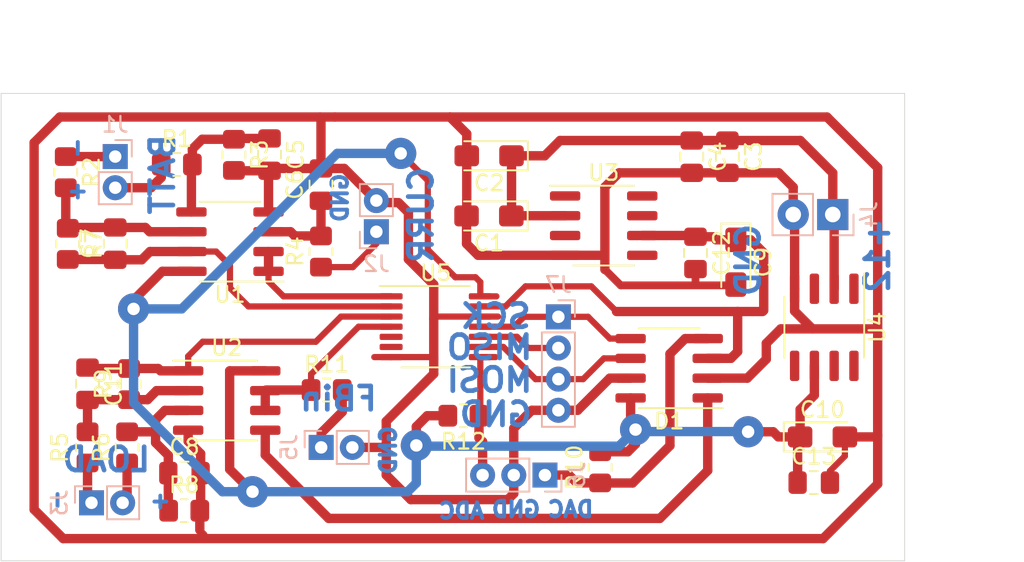
<source format=kicad_pcb>
(kicad_pcb (version 20211014) (generator pcbnew)
  (layers (0 "F.Cu" signal) (31 "B.Cu" signal) (34 "B.Paste" user) (35 "F.Paste" user) (36 "B.SilkS" user "B.Silkscreen") (37 "F.SilkS" user "F.Silkscreen") (38 "B.Mask" user) (39 "F.Mask" user) (44 "Edge.Cuts" user))
  (net 0 "")
  (net 1 "GND")
  (net 2 "VCC_12V")
  (net 3 "Net-(C5-Pad1)")
  (net 4 "Net-(C6-Pad1)")
  (net 5 "Net-(C7-Pad1)")
  (net 6 "Net-(C7-Pad2)")
  (net 7 "Net-(C8-Pad1)")
  (net 8 "Net-(C11-Pad1)")
  (net 9 "Net-(C11-Pad2)")
  (net 10 "MOSI")
  (net 11 "SCK")
  (net 12 "DAC")
  (net 13 "Net-(J1-Pad1)")
  (net 14 "Net-(J1-Pad2)")
  (net 15 "Net-(J2-Pad1)")
  (net 16 "Net-(J3-Pad2)")
  (net 17 "Net-(J3-Pad1)")
  (net 18 "Net-(J5-Pad1)")
  (net 19 "ADC")
  (net 20 "MISO")
  (net 21 "Net-(R11-Pad1)")
  (net 22 "Net-(U3-Pad1)")
  (net 23 "Net-(U3-Pad3)")
  (net 24 "Net-(U3-Pad5)")
  (net 25 "Net-(U3-Pad7)")
  (net 26 "Net-(U3-Pad8)")
  (net 27 "Net-(U4-Pad8)")
  (net 28 "Net-(U4-Pad7)")
  (net 29 "Net-(U4-Pad5)")
  (net 30 "Net-(U4-Pad3)")
  (net 31 "Net-(U4-Pad1)")
  (net 32 "Net-(U5-Pad5)")
  (net 33 "Net-(U5-Pad6)")
  (net 34 "Net-(U1-Pad1)")
  (net 35 "/REF+4")
  (net 36 "/REF+5")
  (net 37 "/DACgen")
  (footprint "Capacitor_SMD:C_0805_2012Metric_Pad1.18x1.45mm_HandSolder" (layer "F.Cu") (at 48.1676 -27.4408 -90)
    (fp_text reference "C3")
    (fp_text value "100n")
  )
  (footprint "Capacitor_SMD:C_0805_2012Metric_Pad1.18x1.45mm_HandSolder" (layer "F.Cu") (at 45.8816 -27.4408 -90)
    (fp_text reference "C4")
    (fp_text value "100n")
  )
  (footprint "Capacitor_Tantalum_SMD:CP_EIA-3216-18_Kemet-A_Pad1.58x1.35mm_HandSolder" (layer "F.Cu") (at 54.2745 -9.4511)
    (fp_text reference "C10")
    (fp_text value "1u")
  )
  (footprint "Capacitor_SMD:C_0805_2012Metric_Pad1.18x1.45mm_HandSolder" (layer "F.Cu") (at 53.7157 -6.5174)
    (fp_text reference "C13")
    (fp_text value "100n")
  )
  (footprint "Package_SO:SOIC-8_3.9x4.9mm_P1.27mm" (layer "F.Cu") (at 54.3888 -16.4869 -90)
    (fp_text reference "U4")
    (fp_text value "REF195")
  )
  (footprint "Resistor_SMD:R_0805_2012Metric_Pad1.20x1.40mm_HandSolder" (layer "F.Cu") (at 12.825 -26.939)
    (fp_text reference "R1")
    (fp_text value "10k")
  )
  (footprint "Resistor_SMD:R_0805_2012Metric_Pad1.20x1.40mm_HandSolder" (layer "F.Cu") (at 16.492 -27.558 -90)
    (fp_text reference "R3")
    (fp_text value "1k")
  )
  (footprint "Resistor_SMD:R_0805_2012Metric_Pad1.20x1.40mm_HandSolder" (layer "F.Cu") (at 22.445 -12.461)
    (fp_text reference "R11")
    (fp_text value "5,9k")
  )
  (footprint "Capacitor_SMD:C_0805_2012Metric_Pad1.18x1.45mm_HandSolder" (layer "F.Cu") (at 13.317 -7.127)
    (fp_text reference "C8")
    (fp_text value "100n")
  )
  (footprint "Resistor_SMD:R_0805_2012Metric_Pad1.20x1.40mm_HandSolder" (layer "F.Cu") (at 13.301 -4.714)
    (fp_text reference "R8")
    (fp_text value "1k")
  )
  (footprint "Capacitor_SMD:C_0805_2012Metric_Pad1.18x1.45mm_HandSolder" (layer "F.Cu") (at 22.08 -25.6475 90)
    (fp_text reference "C6")
    (fp_text value "100n")
  )
  (footprint "Resistor_SMD:R_0805_2012Metric_Pad1.20x1.40mm_HandSolder" (layer "F.Cu") (at 5.824 -21.843 -90)
    (fp_text reference "R7")
    (fp_text value "1k")
  )
  (footprint "Resistor_SMD:R_0805_2012Metric_Pad1.20x1.40mm_HandSolder" (layer "F.Cu") (at 5.697 -26.447 -90)
    (fp_text reference "R2")
    (fp_text value "10k")
  )
  (footprint "Resistor_SMD:R_0805_2012Metric_Pad1.20x1.40mm_HandSolder" (layer "F.Cu") (at 7.094 -8.778 90)
    (fp_text reference "R5")
    (fp_text value "10k")
  )
  (footprint "Capacitor_SMD:C_0805_2012Metric_Pad1.18x1.45mm_HandSolder" (layer "F.Cu") (at 7.094 -12.8635 -90)
    (fp_text reference "C11")
    (fp_text value "100n")
  )
  (footprint "Resistor_SMD:R_0805_2012Metric_Pad1.20x1.40mm_HandSolder" (layer "F.Cu") (at 9.761 -12.842 90)
    (fp_text reference "R9")
    (fp_text value "1k")
  )
  (footprint "Resistor_SMD:R_0805_2012Metric_Pad1.20x1.40mm_HandSolder" (layer "F.Cu") (at 9.634 -8.778 90)
    (fp_text reference "R6")
    (fp_text value "10k")
  )
  (footprint "Capacitor_SMD:C_0805_2012Metric_Pad1.18x1.45mm_HandSolder" (layer "F.Cu") (at 8.872 -21.859 90)
    (fp_text reference "C7")
    (fp_text value "100n")
  )
  (footprint "Resistor_SMD:R_0805_2012Metric_Pad1.20x1.40mm_HandSolder" (layer "F.Cu") (at 22.08 -21.351 90)
    (fp_text reference "R4")
    (fp_text value "1k")
  )
  (footprint "Package_SO:SOIC-8_3.9x4.9mm_P1.27mm" (layer "F.Cu") (at 16.029 -11.787)
    (fp_text reference "U2")
    (fp_text value "AD8552ARZ")
  )
  (footprint "Package_SO:SOIC-8_3.9x4.9mm_P1.27mm" (layer "F.Cu") (at 16.238 -21.986 180)
    (fp_text reference "U1")
    (fp_text value "AD8552ARZ")
  )
  (footprint "Capacitor_SMD:C_0805_2012Metric_Pad1.18x1.45mm_HandSolder" (layer "F.Cu") (at 18.778 -27.574 -90)
    (fp_text reference "C5")
    (fp_text value "100n")
  )
  (footprint "Resistor_SMD:R_0805_2012Metric_Pad1.20x1.40mm_HandSolder" (layer "F.Cu") (at 40.00224 -7.49784 90)
    (fp_text reference "R10")
    (fp_text value "100k")
  )
  (footprint "Package_SO:SOIC-8_3.9x4.9mm_P1.27mm" (layer "F.Cu") (at 44.432 -13.858 180)
    (fp_text reference "D1")
    (fp_text value "dac8830")
  )
  (footprint "Resistor_SMD:R_0805_2012Metric_Pad1.20x1.40mm_HandSolder" (layer "F.Cu") (at 31.224 -10.81 180)
    (fp_text reference "R12")
    (fp_text value "100k")
  )
  (footprint "Package_SO:TSSOP-14_4.4x5mm_P0.65mm" (layer "F.Cu") (at 29.446 -16.525)
    (fp_text reference "U5")
    (fp_text value "MCP3204")
  )
  (footprint "Capacitor_SMD:C_0805_2012Metric_Pad1.18x1.45mm_HandSolder" (layer "F.Cu") (at 46.1211 -21.2621 -90)
    (fp_text reference "C12")
    (fp_text value "100n")
  )
  (footprint "Capacitor_Tantalum_SMD:CP_EIA-3216-18_Kemet-A_Pad1.58x1.35mm_HandSolder" (layer "F.Cu") (at 48.7119 -20.6652 -90)
    (fp_text reference "C9")
    (fp_text value "1u")
  )
  (footprint "Package_SO:SOIC-8_3.9x4.9mm_P1.27mm" (layer "F.Cu") (at 40.2283 -23.0147)
    (fp_text reference "U3")
    (fp_text value "REF198")
  )
  (footprint "Capacitor_Tantalum_SMD:CP_EIA-3216-18_Kemet-A_Pad1.58x1.35mm_HandSolder" (layer "F.Cu") (at 32.8623 -23.637 180)
    (fp_text reference "C1")
    (fp_text value "10u")
  )
  (footprint "Capacitor_Tantalum_SMD:CP_EIA-3216-18_Kemet-A_Pad1.58x1.35mm_HandSolder" (layer "F.Cu") (at 32.875 -27.4978 180)
    (fp_text reference "C2")
    (fp_text value "10u")
  )
  (footprint "Connector_PinHeader_2.00mm:PinHeader_1x03_P2.00mm_Vertical" (layer "B.Cu") (at 36.4564 -7 90)
    (fp_text reference "J6")
    (fp_text value "CS")
  )
  (footprint "Connector_PinHeader_2.00mm:PinHeader_1x02_P2.00mm_Vertical" (layer "B.Cu") (at 25.636 -22.621)
    (fp_text reference "J2")
    (fp_text value "Current")
  )
  (footprint "Connector_PinHeader_2.00mm:PinHeader_1x02_P2.00mm_Vertical" (layer "B.Cu") (at 7.348 -5.222 -90)
    (fp_text reference "J3")
    (fp_text value "Loading")
  )
  (footprint "Connector_PinHeader_2.00mm:PinHeader_1x02_P2.00mm_Vertical" (layer "B.Cu") (at 8.872 -27.447 180)
    (fp_text reference "J1")
    (fp_text value "Battery")
  )
  (footprint "Connector_PinHeader_2.00mm:PinHeader_1x04_P2.00mm_Vertical" (layer "B.Cu") (at 37.32 -17.16 180)
    (fp_text reference "J7")
    (fp_text value "SPI")
  )
  (footprint "Connector_PinHeader_2.54mm:PinHeader_1x02_P2.54mm_Vertical" (layer "B.Cu") (at 54.9349 -23.7259 90)
    (fp_text reference "J4")
    (fp_text value "VCC_12V")
  )
  (footprint "Connector_PinHeader_2.00mm:PinHeader_1x02_P2.00mm_Vertical" (layer "B.Cu") (at 22.0927 -8.778 -90)
    (fp_text reference "J5")
    (fp_text value "FBin")
  )
  (gr_line (start 1.55 -31.5) (end 59.55 -31.5) (layer "Edge.Cuts") (width 0.05))
  (gr_line (start 1.55 -1.5) (end 59.55 -1.5) (layer "Edge.Cuts") (width 0.05))
  (gr_line (start 59.55 -1.5) (end 59.55 -31.5) (layer "Edge.Cuts") (width 0.05))
  (gr_line (start 1.55 -31.5) (end 1.55 -1.5) (layer "Edge.Cuts") (width 0.05))
  (gr_text "ADC" (at 31.1 -4.7) (layer "B.Cu") (effects (font (size 1 1) (thickness 0.25)) (justify mirror)))
  (gr_text "-" (at 6.4 -28 90) (layer "B.Cu") (effects (font (size 1 1) (thickness 0.25)) (justify mirror)))
  (gr_text "GND" (at 23.3 -24.8 90) (layer "B.Cu") (effects (font (size 1 1) (thickness 0.25)) (justify mirror)))
  (gr_text "+" (at 11.7 -5.3 90) (layer "B.Cu") (effects (font (size 1 1) (thickness 0.25)) (justify mirror)))
  (gr_text "MISO" (at 32.9 -15.2) (layer "B.Cu") (effects (font (size 1.5 1.5) (thickness 0.3)) (justify mirror)))
  (gr_text "GND" (at 49.5 -20.8 90) (layer "B.Cu") (effects (font (size 1.5 1.5) (thickness 0.3)) (justify mirror)))
  (gr_text "SCK" (at 33.3 -17.2) (layer "B.Cu") (effects (font (size 1.5 1.5) (thickness 0.3)) (justify mirror)))
  (gr_text "FBin" (at 23.2 -11.9) (layer "B.Cu") (effects (font (size 1.5 1.5) (thickness 0.3)) (justify mirror)))
  (gr_text "GND" (at 33.3 -10.9) (layer "B.Cu") (effects (font (size 1.5 1.5) (thickness 0.3)) (justify mirror)))
  (gr_text "MOSI" (at 32.9 -13.1) (layer "B.Cu") (effects (font (size 1.5 1.5) (thickness 0.3)) (justify mirror)))
  (gr_text "CURR" (at 28.5 -23.7 90) (layer "B.Cu") (effects (font (size 1.5 1.5) (thickness 0.3)) (justify mirror)))
  (gr_text "DAC" (at 38.1 -4.8) (layer "B.Cu") (effects (font (size 1 1) (thickness 0.25)) (justify mirror)))
  (gr_text "+12" (at 57.8 -21.1 90) (layer "B.Cu") (effects (font (size 1.5 1.5) (thickness 0.3)) (justify mirror)))
  (gr_text "GND" (at 26.4 -8.6 90) (layer "B.Cu") (effects (font (size 1 1) (thickness 0.25)) (justify mirror)))
  (gr_text "BATT" (at 11.9 -26.3 90) (layer "B.Cu") (effects (font (size 1.5 1.5) (thickness 0.3)) (justify mirror)))
  (gr_text "+" (at 6.4 -25.2 90) (layer "B.Cu") (effects (font (size 1 1) (thickness 0.25)) (justify mirror)))
  (gr_text "LOAD" (at 8.3 -8) (layer "B.Cu") (effects (font (size 1.5 1.5) (thickness 0.3)) (justify mirror)))
  (gr_text "GND" (at 34.6 -4.8) (layer "B.Cu") (effects (font (size 1 1) (thickness 0.25)) (justify mirror)))
  (gr_text "-" (at 5.1 -5.4 90) (layer "B.Cu") (effects (font (size 1 1) (thickness 0.25)) (justify mirror)))
  (segment (start 14.3545 -7.127) (end 14.3545 -4.7675) (width 0.6) (layer "F.Cu") (net 1))
  (segment (start 22.08 -26.685) (end 18.9265 -26.685) (width 0.6) (layer "F.Cu") (net 1))
  (segment (start 14.3545 -8.3755) (end 14.3545 -7.127) (width 0.6) (layer "F.Cu") (net 1))
  (segment (start 18.713 -23.891) (end 18.713 -26.4715) (width 0.6) (layer "F.Cu") (net 1))
  (segment (start 18.778 -26.5365) (end 16.5135 -26.5365) (width 0.6) (layer "F.Cu") (net 1))
  (segment (start 14.3545 -4.7675) (end 14.301 -4.714) (width 0.4) (layer "F.Cu") (net 1))
  (segment (start 13.554 -9.176) (end 14.3545 -8.3755) (width 0.6) (layer "F.Cu") (net 1))
  (segment (start 13.554 -9.882) (end 13.554 -9.176) (width 0.6) (layer "F.Cu") (net 1))
  (segment (start 16.5135 -26.5365) (end 16.492 -26.558) (width 0.4) (layer "F.Cu") (net 1))
  (segment (start 18.713 -26.4715) (end 18.778 -26.5365) (width 0.4) (layer "F.Cu") (net 1))
  (segment (start 18.9265 -26.685) (end 18.778 -26.5365) (width 0.4) (layer "F.Cu") (net 1))
  (segment (start 40.622 -13.223) (end 38.559 -11.16) (width 0.6) (layer "F.Cu") (net 1))
  (segment (start 46.1211 -20.2246) (end 46.1211 -19.3444) (width 0.5) (layer "F.Cu") (net 1))
  (segment (start 51.5948 -16.3853) (end 53.6268 -16.3853) (width 0.6) (layer "F.Cu") (net 1))
  (segment (start 37.32 -11.16) (end 35.6126 -11.16) (width 0.6) (layer "F.Cu") (net 1))
  (segment (start 40.3045 -21.1224) (end 40.3045 -25.4912) (width 0.6) (layer "F.Cu") (net 1))
  (segment (start 34.0688 -5.4252) (end 27.8458 -5.4252) (width 0.6) (layer "F.Cu") (net 1))
  (segment (start 48.1676 -26.4033) (end 49.8826 -26.4033) (width 0.6) (layer "F.Cu") (net 1))
  (segment (start 34.4564 -7) (end 34.4564 -5.8128) (width 0.6) (layer "F.Cu") (net 1))
  (segment (start 14.301 -3.476) (end 14.301 -4.714) (width 0.6) (layer "F.Cu") (net 1))
  (segment (start 37.7533 -21.1097) (end 40.2918 -21.1097) (width 0.6) (layer "F.Cu") (net 1))
  (segment (start 54.7532 -6.5174) (end 54.7532 -7.2628) (width 0.4) (layer "F.Cu") (net 1))
  (segment (start 31.546512 -17.17524) (end 33.44396 -17.17524) (width 0.4) (layer "F.Cu") (net 1))
  (segment (start 24.48132 -25.7772) (end 23.57352 -26.685) (width 0.6) (layer "F.Cu") (net 1))
  (segment (start 52.4838 -23.637) (end 52.3949 -23.7259) (width 0.4) (layer "F.Cu") (net 1))
  (segment (start 24.48132 -25.77568) (end 24.48132 -25.7772) (width 0.4) (layer "F.Cu") (net 1))
  (segment (start 5.5319 -2.9233) (end 3.665 -4.7902) (width 0.6) (layer "F.Cu") (net 1))
  (segment (start 27.056 -24.494) (end 27.6934 -23.8566) (width 0.6) (layer "F.Cu") (net 1))
  (segment (start 40.3045 -20.1953) (end 40.3045 -21.1224) (width 0.6) (layer "F.Cu") (net 1))
  (segment (start 51.4701 -26.4033) (end 49.8826 -26.4033) (width 0.6) (layer "F.Cu") (net 1))
  (segment (start 50.6677 -14.4422) (end 50.6677 -15.4582) (width 0.6) (layer "F.Cu") (net 1))
  (segment (start 22.08 -29.93112) (end 22.02412 -29.987) (width 0.4) (layer "F.Cu") (net 1))
  (segment (start 26.1948 -8.778) (end 26.271 -8.8542) (width 0.4) (layer "F.Cu") (net 1))
  (segment (start 57.8178 -15.8138) (end 57.8178 -9.54) (width 0.6) (layer "F.Cu") (net 1))
  (segment (start 55.712 -8.2216) (end 55.712 -9.4511) (width 0.4) (layer "F.Cu") (net 1))
  (segment (start 41.2166 -26.4033) (end 45.8816 -26.4033) (width 0.6) (layer "F.Cu") (net 1))
  (segment (start 53.6268 -16.3853) (end 57.80682 -16.3853) (width 0.6) (layer "F.Cu") (net 1))
  (segment (start 52.4838 -18.9619) (end 52.4838 -23.637) (width 0.6) (layer "F.Cu") (net 1))
  (segment (start 48.7119 -19.2277) (end 48.6635 -19.1793) (width 0.6) (layer "F.Cu") (net 1))
  (segment (start 40.2918 -21.1097) (end 40.3045 -21.1224) (width 0.4) (layer "F.Cu") (net 1))
  (segment (start 29.461 -17.175) (end 29.319 -17.033) (width 0.4) (layer "F.Cu") (net 1))
  (segment (start 54.563 -29.987) (end 57.8178 -26.7322) (width 0.6) (layer "F.Cu") (net 1))
  (segment (start 29.237 -14.575) (end 29.319 -14.493) (width 0.4) (layer "F.Cu") (net 1))
  (segment (start 32.3085 -17.175) (end 29.461 -17.175) (width 0.4) (layer "F.Cu") (net 1))
  (segment (start 57.8178 -26.7322) (end 57.8178 -15.8138) (width 0.6) (layer "F.Cu") (net 1))
  (segment (start 57.8178 -9.54) (end 57.8178 -6.4285) (width 0.6) (layer "F.Cu") (net 1))
  (segment (start 31.4375 -23.6497) (end 31.4248 -23.637) (width 0.4) (layer "F.Cu") (net 1))
  (segment (start 49.4485 -13.223) (end 50.6677 -14.4422) (width 0.6) (layer "F.Cu") (net 1))
  (segment (start 5.316 -29.987) (end 22.02412 -29.987) (width 0.6) (layer "F.Cu") (net 1))
  (segment (start 26.271 -9.667) (end 26.271 -8.8542) (width 0.6) (layer "F.Cu") (net 1))
  (segment (start 38.559 -11.16) (end 37.32 -11.16) (width 0.6) (layer "F.Cu") (net 1))
  (segment (start 31.4375 -28.9099) (end 31.4375 -27.4978) (width 0.6) (layer "F.Cu") (net 1))
  (segment (start 57.7289 -9.4511) (end 57.8178 -9.54) (width 0.4) (layer "F.Cu") (net 1))
  (segment (start 54.7532 -7.2628) (end 55.712 -8.2216) (width 0.4) (layer "F.Cu") (net 1))
  (segment (start 52.4838 -17.5283) (end 53.6268 -16.3853) (width 0.6) (layer "F.Cu") (net 1))
  (segment (start 29.319 -19.231) (end 29.319 -17.033) (width 0.6) (layer "F.Cu") (net 1))
  (segment (start 29.319 -17.033) (end 29.319 -14.493) (width 0.6) (layer "F.Cu") (net 1))
  (segment (start 40.3045 -25.4912) (end 41.2166 -26.4033) (width 0.6) (layer "F.Cu") (net 1))
  (segment (start 31.4248 -21.8487) (end 32.1638 -21.1097) (width 0.6) (layer "F.Cu") (net 1))
  (segment (start 24.0927 -8.778) (end 26.1948 -8.778) (width 0.6) (layer "F.Cu") (net 1))
  (segment (start 22.08 -26.685) (end 22.08 -29.93112) (width 0.6) (layer "F.Cu") (net 1))
  (segment (start 14.587 -3.19) (end 14.301 -3.476) (width 0.4) (layer "F.Cu") (net 1))
  (segment (start 30.3604 -29.987) (end 54.563 -29.987) (width 0.6) (layer "F.Cu") (net 1))
  (segment (start 22.08 -26.685) (end 23.57352 -26.685) (width 0.6) (layer "F.Cu") (net 1))
  (segment (start 32.1638 -21.1097) (end 37.7533 -21.1097) (width 0.6) (layer "F.Cu") (net 1))
  (segment (start 31.4248 -23.637) (end 31.4248 -21.8487) (width 0.6) (layer "F.Cu") (net 1))
  (segment (start 34.4564 -10.0038) (end 34.4564 -7) (width 0.6) (layer "F.Cu") (net 1))
  (segment (start 27.6934 -20.8566) (end 29.319 -19.231) (width 0.6) (layer "F.Cu") (net 1))
  (segment (start 29.319 -13.5024) (end 26.271 -10.4544) (width 0.6) (layer "F.Cu") (net 1))
  (segment (start 45.8816 -26.4033) (end 48.1676 -26.4033) (width 0.6) (layer "F.Cu") (net 1))
  (segment (start 29.319 -14.493) (end 29.319 -13.5024) (width 0.6) (layer "F.Cu") (net 1))
  (segment (start 26.271 -7) (end 26.271 -8.8542) (width 0.6) (layer "F.Cu") (net 1))
  (segment (start 25.636 -24.621) (end 24.48132 -25.77568) (width 0.6) (layer "F.Cu") (net 1))
  (segment (start 35.6126 -11.16) (end 34.4564 -10.0038) (width 0.6) (layer "F.Cu") (net 1))
  (segment (start 52.4838 -18.9619) (end 52.4838 -17.5283) (width 0.6) (layer "F.Cu") (net 1))
  (segment (start 48.6635 -19.1793) (end 41.3205 -19.1793) (width 0.5) (layer "F.Cu") (net 1))
  (segment (start 55.712 -9.4511) (end 57.7289 -9.4511) (width 0.6) (layer "F.Cu") (net 1))
  (segment (start 3.665 -4.7902) (end 3.665 -28.336) (width 0.6) (layer "F.Cu") (net 1))
  (segment (start 22.02412 -29.987) (end 22.969 -29.987) (width 0.6) (layer "F.Cu") (net 1))
  (segment (start 27.6934 -23.8566) (end 27.6934 -20.8566) (width 0.6) (layer "F.Cu") (net 1))
  (segment (start 50.6677 -15.4582) (end 51.5948 -16.3853) (width 0.6) (layer "F.Cu") (net 1))
  (segment (start 52.3949 -25.4785) (end 51.4701 -26.4033) (width 0.6) (layer "F.Cu") (net 1))
  (segment (start 22.969 -29.987) (end 30.3604 -29.987) (width 0.6) (layer "F.Cu") (net 1))
  (segment (start 26.5835 -14.575) (end 29.237 -14.575) (width 0.4) (layer "F.Cu") (net 1))
  (segment (start 57.8178 -6.4285) (end 54.3126 -2.9233) (width 0.6) (layer "F.Cu") (net 1))
  (segment (start 30.3604 -29.987) (end 31.4375 -28.9099) (width 0.6) (layer "F.Cu") (net 1))
  (segment (start 34.4564 -5.8128) (end 34.0688 -5.4252) (width 0.6) (layer "F.Cu") (net 1))
  (segment (start 26.5835 -14.575) (end 25.5032 -14.575) (width 0.4) (layer "F.Cu") (net 1))
  (segment (start 41.957 -13.223) (end 40.622 -13.223) (width 0.6) (layer "F.Cu") (net 1))
  (segment (start 41.3205 -19.1793) (end 40.3045 -20.1953) (width 0.5) (layer "F.Cu") (net 1))
  (segment (start 27.8458 -5.4252) (end 26.271 -7) (width 0.6) (layer "F.Cu") (net 1))
  (segment (start 25.636 -24.494) (end 26.938 -24.494) (width 0.6) (layer "F.Cu") (net 1))
  (segment (start 31.4375 -27.4978) (end 31.4375 -23.6497) (width 0.6) (layer "F.Cu") (net 1))
  (segment (start 52.3949 -23.7259) (end 52.3949 -25.4785) (width 0.6) (layer "F.Cu") (net 1))
  (segment (start 3.665 -28.336) (end 5.316 -29.987) (width 0.6) (layer "F.Cu") (net 1))
  (segment (start 46.907 -13.223) (end 49.4485 -13.223) (width 0.6) (layer "F.Cu") (net 1))
  (segment (start 25.668 -24.526) (end 25.636 -24.494) (width 0.4) (layer "F.Cu") (net 1))
  (segment (start 26.271 -10.4544) (end 26.271 -9.667) (width 0.6) (layer "F.Cu") (net 1))
  (segment (start 54.3126 -2.9233) (end 5.5319 -2.9233) (width 0.6) (layer "F.Cu") (net 1))
  (segment (start 55.0238 -23.637) (end 54.9349 -23.7259) (width 0.4) (layer "F.Cu") (net 2))
  (segment (start 52.8495 -28.4783) (end 48.1676 -28.4783) (width 0.6) (layer "F.Cu") (net 2))
  (segment (start 45.8816 -28.4783) (end 37.4242 -28.4783) (width 0.6) (layer "F.Cu") (net 2))
  (segment (start 34.3125 -27.4978) (end 34.3125 -23.6497) (width 0.6) (layer "F.Cu") (net 2))
  (segment (start 54.9349 -23.7259) (end 54.9349 -26.3929) (width 0.6) (layer "F.Cu") (net 2))
  (segment (start 37.4242 -28.4783) (end 36.4437 -27.4978) (width 0.6) (layer "F.Cu") (net 2))
  (segment (start 55.0238 -18.9619) (end 55.0238 -23.637) (width 0.6) (layer "F.Cu") (net 2))
  (segment (start 45.8816 -28.4783) (end 48.1676 -28.4783) (width 0.6) (layer "F.Cu") (net 2))
  (segment (start 37.7533 -23.6497) (end 34.3125 -23.6497) (width 0.6) (layer "F.Cu") (net 2))
  (segment (start 54.9349 -26.3929) (end 52.8495 -28.4783) (width 0.6) (layer "F.Cu") (net 2))
  (segment (start 34.3125 -23.6497) (end 34.2998 -23.637) (width 0.4) (layer "F.Cu") (net 2))
  (segment (start 36.4437 -27.4978) (end 34.3125 -27.4978) (width 0.6) (layer "F.Cu") (net 2))
  (segment (start 16.5455 -28.6115) (end 16.492 -28.558) (width 0.4) (layer "F.Cu") (net 3))
  (segment (start 13.763 -23.891) (end 13.763 -26.877) (width 0.6) (layer "F.Cu") (net 3))
  (segment (start 18.778 -28.6115) (end 16.5455 -28.6115) (width 0.6) (layer "F.Cu") (net 3))
  (segment (start 13.763 -26.877) (end 13.825 -26.939) (width 0.4) (layer "F.Cu") (net 3))
  (segment (start 13.825 -27.9296) (end 14.4534 -28.558) (width 0.6) (layer "F.Cu") (net 3))
  (segment (start 14.4534 -28.558) (end 16.492 -28.558) (width 0.6) (layer "F.Cu") (net 3))
  (segment (start 13.825 -26.939) (end 13.825 -27.9296) (width 0.6) (layer "F.Cu") (net 3))
  (segment (start 21.81 -22.621) (end 22.08 -22.351) (width 0.4) (layer "F.Cu") (net 4))
  (segment (start 22.08 -24.61) (end 22.08 -22.351) (width 0.6) (layer "F.Cu") (net 4))
  (segment (start 18.713 -22.621) (end 20.12928 -22.621) (width 0.6) (layer "F.Cu") (net 4))
  (segment (start 20.39928 -22.351) (end 22.08 -22.351) (width 0.6) (layer "F.Cu") (net 4))
  (segment (start 20.12928 -22.621) (end 20.39928 -22.351) (width 0.6) (layer "F.Cu") (net 4))
  (segment (start 5.824 -20.843) (end 8.8505 -20.843) (width 0.6) (layer "F.Cu") (net 5))
  (segment (start 8.8505 -20.843) (end 8.872 -20.8215) (width 0.4) (layer "F.Cu") (net 5))
  (segment (start 16.238 -19.0142) (end 16.238 -20.462) (width 0.4) (layer "F.Cu") (net 5))
  (segment (start 13.763 -21.351) (end 11.10212 -21.351) (width 0.6) (layer "F.Cu") (net 5))
  (segment (start 17.4272 -17.825) (end 16.238 -19.0142) (width 0.4) (layer "F.Cu") (net 5))
  (segment (start 15.349 -21.351) (end 13.763 -21.351) (width 0.4) (layer "F.Cu") (net 5))
  (segment (start 11.10212 -21.351) (end 10.57262 -20.8215) (width 0.6) (layer "F.Cu") (net 5))
  (segment (start 10.57262 -20.8215) (end 8.872 -20.8215) (width 0.6) (layer "F.Cu") (net 5))
  (segment (start 26.5835 -17.825) (end 17.4272 -17.825) (width 0.4) (layer "F.Cu") (net 5))
  (segment (start 16.238 -20.462) (end 15.349 -21.351) (width 0.4) (layer "F.Cu") (net 5))
  (segment (start 8.872 -22.8965) (end 5.8775 -22.8965) (width 0.6) (layer "F.Cu") (net 6))
  (segment (start 5.697 -25.447) (end 5.697 -22.97) (width 0.6) (layer "F.Cu") (net 6))
  (segment (start 5.8775 -22.8965) (end 5.824 -22.843) (width 0.4) (layer "F.Cu") (net 6))
  (segment (start 5.697 -22.97) (end 5.824 -22.843) (width 0.4) (layer "F.Cu") (net 6))
  (segment (start 13.763 -22.621) (end 11.0818 -22.621) (width 0.6) (layer "F.Cu") (net 6))
  (segment (start 10.8063 -22.8965) (end 8.872 -22.8965) (width 0.6) (layer "F.Cu") (net 6))
  (segment (start 11.0818 -22.621) (end 10.8063 -22.8965) (width 0.6) (layer "F.Cu") (net 6))
  (segment (start 10.031 -9.778) (end 9.634 -9.778) (width 0.4) (layer "F.Cu") (net 7))
  (segment (start 12.2795 -4.7355) (end 12.301 -4.714) (width 0.4) (layer "F.Cu") (net 7))
  (segment (start 12.2795 -7.127) (end 12.2795 -4.7355) (width 0.6) (layer "F.Cu") (net 7))
  (segment (start 12.2795 -7.127) (end 12.2795 -7.5295) (width 0.4) (layer "F.Cu") (net 7))
  (segment (start 9.634 -9.778) (end 11.428 -9.778) (width 0.6) (layer "F.Cu") (net 7))
  (segment (start 12.0588 -11.152) (end 13.554 -11.152) (width 0.6) (layer "F.Cu") (net 7))
  (segment (start 11.4628 -9.7432) (end 11.4628 -10.556) (width 0.6) (layer "F.Cu") (net 7))
  (segment (start 12.2795 -8.2661) (end 11.4628 -9.0828) (width 0.6) (layer "F.Cu") (net 7))
  (segment (start 12.2795 -7.127) (end 12.2795 -8.2661) (width 0.6) (layer "F.Cu") (net 7))
  (segment (start 11.428 -9.778) (end 11.4628 -9.7432) (width 0.4) (layer "F.Cu") (net 7))
  (segment (start 11.4628 -9.0828) (end 11.4628 -9.7432) (width 0.6) (layer "F.Cu") (net 7))
  (segment (start 11.4628 -10.556) (end 12.0588 -11.152) (width 0.6) (layer "F.Cu") (net 7))
  (segment (start 7.153 -13.842) (end 7.094 -13.901) (width 0.4) (layer "F.Cu") (net 8))
  (segment (start 9.911 -13.692) (end 9.761 -13.842) (width 0.4) (layer "F.Cu") (net 8))
  (segment (start 9.761 -13.842) (end 7.153 -13.842) (width 0.6) (layer "F.Cu") (net 8))
  (segment (start 11.6312 -13.842) (end 9.761 -13.842) (width 0.6) (layer "F.Cu") (net 8))
  (segment (start 11.7812 -13.692) (end 11.6312 -13.842) (width 0.6) (layer "F.Cu") (net 8))
  (segment (start 13.554 -14.6284) (end 13.554 -13.692) (width 0.4) (layer "F.Cu") (net 8))
  (segment (start 14.4854 -15.5598) (end 13.554 -14.6284) (width 0.4) (layer "F.Cu") (net 8))
  (segment (start 13.554 -13.692) (end 11.7812 -13.692) (width 0.6) (layer "F.Cu") (net 8))
  (segment (start 23.365 -17.175) (end 21.7498 -15.5598) (width 0.4) (layer "F.Cu") (net 8))
  (segment (start 26.5835 -17.175) (end 23.365 -17.175) (width 0.4) (layer "F.Cu") (net 8))
  (segment (start 21.7498 -15.5598) (end 14.4854 -15.5598) (width 0.4) (layer "F.Cu") (net 8))
  (segment (start 9.761 -11.842) (end 7.11 -11.842) (width 0.6) (layer "F.Cu") (net 9))
  (segment (start 7.094 -9.778) (end 7.094 -11.826) (width 0.6) (layer "F.Cu") (net 9))
  (segment (start 7.11 -11.842) (end 7.094 -11.826) (width 0.4) (layer "F.Cu") (net 9))
  (segment (start 13.554 -12.422) (end 11.5254 -12.422) (width 0.6) (layer "F.Cu") (net 9))
  (segment (start 10.9454 -11.842) (end 9.761 -11.842) (width 0.6) (layer "F.Cu") (net 9))
  (segment (start 11.5254 -12.422) (end 10.9454 -11.842) (width 0.6) (layer "F.Cu") (net 9))
  (segment (start 35.85392 -13.16) (end 37.32 -13.16) (width 0.4) (layer "F.Cu") (net 10))
  (segment (start 33.78892 -15.225) (end 35.85392 -13.16) (width 0.4) (layer "F.Cu") (net 10))
  (segment (start 40.241 -14.493) (end 38.908 -13.16) (width 0.4) (layer "F.Cu") (net 10))
  (segment (start 32.3085 -15.225) (end 33.78892 -15.225) (width 0.4) (layer "F.Cu") (net 10))
  (segment (start 41.957 -14.493) (end 40.241 -14.493) (width 0.4) (layer "F.Cu") (net 10))
  (segment (start 38.908 -13.16) (end 37.32 -13.16) (width 0.4) (layer "F.Cu") (net 10))
  (segment (start 32.3085 -16.525) (end 34.4752 -16.525) (width 0.4) (layer "F.Cu") (net 11))
  (segment (start 35.1102 -17.16) (end 37.32 -17.16) (width 0.4) (layer "F.Cu") (net 11))
  (segment (start 40.622 -15.763) (end 39.225 -17.16) (width 0.4) (layer "F.Cu") (net 11))
  (segment (start 39.225 -17.16) (end 37.32 -17.16) (width 0.4) (layer "F.Cu") (net 11))
  (segment (start 34.4752 -16.525) (end 35.1102 -17.16) (width 0.4) (layer "F.Cu") (net 11))
  (segment (start 41.957 -15.763) (end 40.622 -15.763) (width 0.4) (layer "F.Cu") (net 11))
  (segment (start 38.50288 -6.49784) (end 40.00224 -6.49784) (width 0.6) (layer "F.Cu") (net 12))
  (segment (start 44.4828 -8.88976) (end 44.4828 -14.7851) (width 0.6) (layer "F.Cu") (net 12))
  (segment (start 44.4828 -14.7851) (end 45.4607 -15.763) (width 0.6) (layer "F.Cu") (net 12))
  (segment (start 36.4564 -7) (end 38.00072 -7) (width 0.6) (layer "F.Cu") (net 12))
  (segment (start 40.241 -6.492) (end 42.08504 -6.492) (width 0.6) (layer "F.Cu") (net 12))
  (segment (start 42.08504 -6.492) (end 44.4828 -8.88976) (width 0.6) (layer "F.Cu") (net 12))
  (segment (start 38.00072 -7) (end 38.50288 -6.49784) (width 0.6) (layer "F.Cu") (net 12))
  (segment (start 45.4607 -15.763) (end 46.907 -15.763) (width 0.6) (layer "F.Cu") (net 12))
  (segment (start 8.872 -27.447) (end 5.697 -27.447) (width 0.6) (layer "F.Cu") (net 13))
  (segment (start 11.825 -26.939) (end 11.825 -26.463) (width 0.4) (layer "F.Cu") (net 14))
  (segment (start 11.825 -26.10232) (end 11.16968 -25.447) (width 0.6) (layer "F.Cu") (net 14))
  (segment (start 11.16968 -25.447) (end 8.872 -25.447) (width 0.6) (layer "F.Cu") (net 14))
  (segment (start 11.825 -26.463) (end 11.825 -26.10232) (width 0.6) (layer "F.Cu") (net 14))
  (segment (start 25.636 -21.859) (end 24.128 -20.351) (width 0.4) (layer "F.Cu") (net 15))
  (segment (start 25.636 -22.494) (end 25.636 -21.859) (width 0.4) (layer "F.Cu") (net 15))
  (segment (start 24.128 -20.351) (end 22.08 -20.351) (width 0.4) (layer "F.Cu") (net 15))
  (segment (start 9.634 -7.778) (end 9.634 -5.508) (width 0.6) (layer "F.Cu") (net 16))
  (segment (start 9.634 -5.508) (end 9.348 -5.222) (width 0.4) (layer "F.Cu") (net 16))
  (segment (start 7.094 -5.476) (end 7.348 -5.222) (width 0.4) (layer "F.Cu") (net 17))
  (segment (start 7.094 -7.778) (end 7.094 -5.476) (width 0.6) (layer "F.Cu") (net 17))
  (segment (start 22.0927 -9.7051) (end 23.445 -11.0574) (width 0.6) (layer "F.Cu") (net 18))
  (segment (start 22.0927 -8.778) (end 22.0927 -9.7051) (width 0.6) (layer "F.Cu") (net 18))
  (segment (start 23.445 -11.0574) (end 23.445 -12.461) (width 0.6) (layer "F.Cu") (net 18))
  (segment (start 32.4564 -9.1458) (end 32.224 -9.3782) (width 0.6) (layer "F.Cu") (net 19))
  (segment (start 32.3085 -10.8945) (end 32.224 -10.81) (width 0.4) (layer "F.Cu") (net 19))
  (segment (start 32.224 -9.3782) (end 32.224 -10.81) (width 0.6) (layer "F.Cu") (net 19))
  (segment (start 32.3085 -14.575) (end 32.3085 -10.8945) (width 0.4) (layer "F.Cu") (net 19))
  (segment (start 32.4564 -7) (end 32.4564 -9.1458) (width 0.6) (layer "F.Cu") (net 19))
  (segment (start 32.3085 -14.575) (end 33.28576 -14.575) (width 0.4) (layer "F.Cu") (net 19))
  (segment (start 34.66292 -15.875) (end 35.37792 -15.16) (width 0.4) (layer "F.Cu") (net 20))
  (segment (start 32.3085 -15.875) (end 34.66292 -15.875) (width 0.4) (layer "F.Cu") (net 20))
  (segment (start 35.37792 -15.16) (end 37.32 -15.16) (width 0.4) (layer "F.Cu") (net 20))
  (segment (start 18.504 -12.422) (end 18.504 -11.152) (width 0.6) (layer "F.Cu") (net 21))
  (segment (start 18.543 -12.461) (end 18.504 -12.422) (width 0.4) (layer "F.Cu") (net 21))
  (segment (start 21.445 -12.461) (end 18.543 -12.461) (width 0.6) (layer "F.Cu") (net 21))
  (segment (start 21.445 -13.477) (end 21.445 -12.461) (width 0.4) (layer "F.Cu") (net 21))
  (segment (start 24.493 -16.525) (end 21.445 -13.477) (width 0.4) (layer "F.Cu") (net 21))
  (segment (start 26.5835 -16.525) (end 24.493 -16.525) (width 0.4) (layer "F.Cu") (net 21))
  (segment (start 18.713 -20.081) (end 18.713 -21.351) (width 0.6) (layer "F.Cu") (net 34))
  (segment (start 19.6728 -18.475) (end 18.713 -19.4348) (width 0.4) (layer "F.Cu") (net 34))
  (segment (start 26.5835 -18.475) (end 19.6728 -18.475) (width 0.4) (layer "F.Cu") (net 34))
  (segment (start 18.713 -19.4348) (end 18.713 -20.081) (width 0.4) (layer "F.Cu") (net 34))
  (segment (start 33.921 -17.825) (end 35.2118 -19.1158) (width 0.4) (layer "F.Cu") (net 35))
  (segment (start 46.041 -22.3797) (end 46.1211 -22.2996) (width 0.4) (layer "F.Cu") (net 35))
  (segment (start 48.7119 -22.1027) (end 49.662 -22.1027) (width 0.6) (layer "F.Cu") (net 35))
  (segment (start 39.4342 -19.1158) (end 41.05 -17.5) (width 0.4) (layer "F.Cu") (net 35))
  (segment (start 35.2118 -19.1158) (end 39.4342 -19.1158) (width 0.4) (layer "F.Cu") (net 35))
  (segment (start 48.3944 -14.493) (end 48.8291 -14.9277) (width 0.6) (layer "F.Cu") (net 35))
  (segment (start 46.907 -14.493) (end 48.3944 -14.493) (width 0.6) (layer "F.Cu") (net 35))
  (segment (start 41.05 -17.5) (end 48.8291 -17.5) (width 0.6) (layer "F.Cu") (net 35))
  (segment (start 47.4395 -22.1027) (end 47.2426 -22.2996) (width 0.4) (layer "F.Cu") (net 35))
  (segment (start 32.3085 -17.825) (end 33.921 -17.825) (width 0.4) (layer "F.Cu") (net 35))
  (segment (start 48.8291 -14.9277) (end 48.8291 -17.5) (width 0.6) (layer "F.Cu") (net 35))
  (segment (start 50.5026 -21.2621) (end 50.5026 -17.5664) (width 0.6) (layer "F.Cu") (net 35))
  (segment (start 49.662 -22.1027) (end 50.5026 -21.2621) (width 0.6) (layer "F.Cu") (net 35))
  (segment (start 48.8291 -17.5) (end 50.4362 -17.5) (width 0.6) (layer "F.Cu") (net 35))
  (segment (start 42.7033 -22.3797) (end 46.041 -22.3797) (width 0.6) (layer "F.Cu") (net 35))
  (segment (start 50.5026 -17.5664) (end 50.4362 -17.5) (width 0.4) (layer "F.Cu") (net 35))
  (segment (start 47.2426 -22.2996) (end 46.1211 -22.2996) (width 0.6) (layer "F.Cu") (net 35))
  (segment (start 48.7119 -22.1027) (end 47.4395 -22.1027) (width 0.6) (layer "F.Cu") (net 35))
  (segment (start 32.3085 -19.3902) (end 32.3085 -18.475) (width 0.4) (layer "F.Cu") (net 36))
  (segment (start 28.2014 -10.1115) (end 28.2014 -8.905) (width 0.6) (layer "F.Cu") (net 36))
  (segment (start 17.6731 -5.9205) (end 17.6858 -5.9332) (width 0.4) (layer "F.Cu") (net 36))
  (segment (start 11.8946 -20.081) (end 10.05 -18.2364) (width 0.6) (layer "F.Cu") (net 36))
  (segment (start 40.00224 -8.49784) (end 41.77948 -8.49784) (width 0.6) (layer "F.Cu") (net 36))
  (segment (start 30.224 -10.81) (end 28.8999 -10.81) (width 0.6) (layer "F.Cu") (net 36))
  (segment (start 16.21768 -13.692) (end 16.21768 -7.37592) (width 0.6) (layer "F.Cu") (net 36))
  (segment (start 30.7033 -19.7) (end 31.9987 -19.7) (width 0.4) (layer "F.Cu") (net 36))
  (segment (start 52.837 -11.214) (end 52.837 -9.4511) (width 0.6) (layer "F.Cu") (net 36))
  (segment (start 10.05 -18.2364) (end 10.05 -17.668) (width 0.4) (layer "F.Cu") (net 36))
  (segment (start 41.957 -11.953) (end 41.957 -10.237) (width 0.6) (layer "F.Cu") (net 36))
  (segment (start 28.8999 -10.81) (end 28.2014 -10.1115) (width 0.6) (layer "F.Cu") (net 36))
  (segment (start 52.6782 -9.2923) (end 52.837 -9.4511) (width 0.4) (layer "F.Cu") (net 36))
  (segment (start 41.77948 -8.49784) (end 42.273 -8.99136) (width 0.6) (layer "F.Cu") (net 36))
  (segment (start 32.3085 -18.475) (end 33.34164 -18.475) (width 0.4) (layer "F.Cu") (net 36))
  (segment (start 13.763 -20.081) (end 11.8946 -20.081) (width 0.6) (layer "F.Cu") (net 36))
  (segment (start 31.9987 -19.7) (end 32.3085 -19.3902) (width 0.4) (layer "F.Cu") (net 36))
  (segment (start 28.938 -21.4653) (end 30.7033 -19.7) (width 0.4) (layer "F.Cu") (net 36))
  (segment (start 42.273 -8.99136) (end 42.273 -9.921) (width 0.6) (layer "F.Cu") (net 36))
  (segment (start 51.1122 -9.7813) (end 51.4424 -9.4511) (width 0.6) (layer "F.Cu") (net 36))
  (segment (start 49.4993 -9.7813) (end 51.1122 -9.7813) (width 0.6) (layer "F.Cu") (net 36))
  (segment (start 27.1981 -27.6502) (end 28.938 -25.9103) (width 0.4) (layer "F.Cu") (net 36))
  (segment (start 18.504 -13.692) (end 16.21768 -13.692) (width 0.6) (layer "F.Cu") (net 36))
  (segment (start 16.21768 -7.37592) (end 17.6731 -5.9205) (width 0.6) (layer "F.Cu") (net 36))
  (segment (start 41.957 -10.237) (end 42.273 -9.921) (width 0.4) (layer "F.Cu") (net 36))
  (segment (start 53.7538 -14.0119) (end 53.7538 -12.1308) (width 0.6) (layer "F.Cu") (net 36))
  (segment (start 51.4424 -9.4511) (end 52.837 -9.4511) (width 0.6) (layer "F.Cu") (net 36))
  (segment (start 53.7538 -12.1308) (end 52.837 -11.214) (width 0.6) (layer "F.Cu") (net 36))
  (segment (start 28.938 -25.9103) (end 28.938 -21.4653) (width 0.4) (layer "F.Cu") (net 36))
  (segment (start 52.6782 -6.5174) (end 52.6782 -9.2923) (width 0.6) (layer "F.Cu") (net 36))
  (via (at 42.273 -9.921) (size 2) (drill 0.8) (layers "F.Cu" "B.Cu") (net 36))
  (via (at 10.05 -17.668) (size 2) (drill 0.8) (layers "F.Cu" "B.Cu") (net 36))
  (via (at 49.4993 -9.7813) (size 2) (drill 0.8) (layers "F.Cu" "B.Cu") (net 36))
  (via (at 28.2014 -8.905) (size 2) (drill 0.8) (layers "F.Cu" "B.Cu") (net 36))
  (via (at 17.6858 -5.9332) (size 2) (drill 0.8) (layers "F.Cu" "B.Cu") (net 36))
  (via (at 27.1981 -27.6502) (size 2) (drill 0.8) (layers "F.Cu" "B.Cu") (net 36))
  (segment (start 49.4866 -9.794) (end 49.4993 -9.7813) (width 0.6) (layer "B.Cu") (net 36))
  (segment (start 28.5824 -8.524) (end 28.2014 -8.905) (width 0.6) (layer "B.Cu") (net 36))
  (segment (start 10.05 -11.6386) (end 10.05 -17.668) (width 0.6) (layer "B.Cu") (net 36))
  (segment (start 13.1392 -17.668) (end 23.1214 -27.6502) (width 0.6) (layer "B.Cu") (net 36))
  (segment (start 42.4 -9.794) (end 42.273 -9.921) (width 0.4) (layer "B.Cu") (net 36))
  (segment (start 41.2062 -8.8542) (end 28.2522 -8.8542) (width 0.6) (layer "B.Cu") (net 36))
  (segment (start 17.6858 -5.9332) (end 15.7554 -5.9332) (width 0.6) (layer "B.Cu") (net 36))
  (segment (start 42.4 -9.794) (end 49.4866 -9.794) (width 0.6) (layer "B.Cu") (net 36))
  (segment (start 27.6426 -5.9332) (end 28.2014 -6.492) (width 0.6) (layer "B.Cu") (net 36))
  (segment (start 28.2522 -8.8542) (end 28.2014 -8.905) (width 0.4) (layer "B.Cu") (net 36))
  (segment (start 42.273 -9.921) (end 41.2062 -8.8542) (width 0.6) (layer "B.Cu") (net 36))
  (segment (start 10.05 -17.668) (end 13.1392 -17.668) (width 0.6) (layer "B.Cu") (net 36))
  (segment (start 17.6858 -5.9332) (end 27.6426 -5.9332) (width 0.6) (layer "B.Cu") (net 36))
  (segment (start 15.7554 -5.9332) (end 10.05 -11.6386) (width 0.6) (layer "B.Cu") (net 36))
  (segment (start 28.2014 -6.492) (end 28.2014 -8.905) (width 0.6) (layer "B.Cu") (net 36))
  (segment (start 23.1214 -27.6502) (end 27.1981 -27.6502) (width 0.6) (layer "B.Cu") (net 36))
  (segment (start 22.5753 -4.2187) (end 18.504 -8.29) (width 0.6) (layer "F.Cu") (net 37))
  (segment (start 43.8351 -4.2187) (end 22.5753 -4.2187) (width 0.6) (layer "F.Cu") (net 37))
  (segment (start 18.504 -8.29) (end 18.504 -9.882) (width 0.6) (layer "F.Cu") (net 37))
  (segment (start 46.907 -7.2906) (end 43.8351 -4.2187) (width 0.6) (layer "F.Cu") (net 37))
  (segment (start 46.907 -11.953) (end 46.907 -7.2906) (width 0.6) (layer "F.Cu") (net 37))
)
</source>
